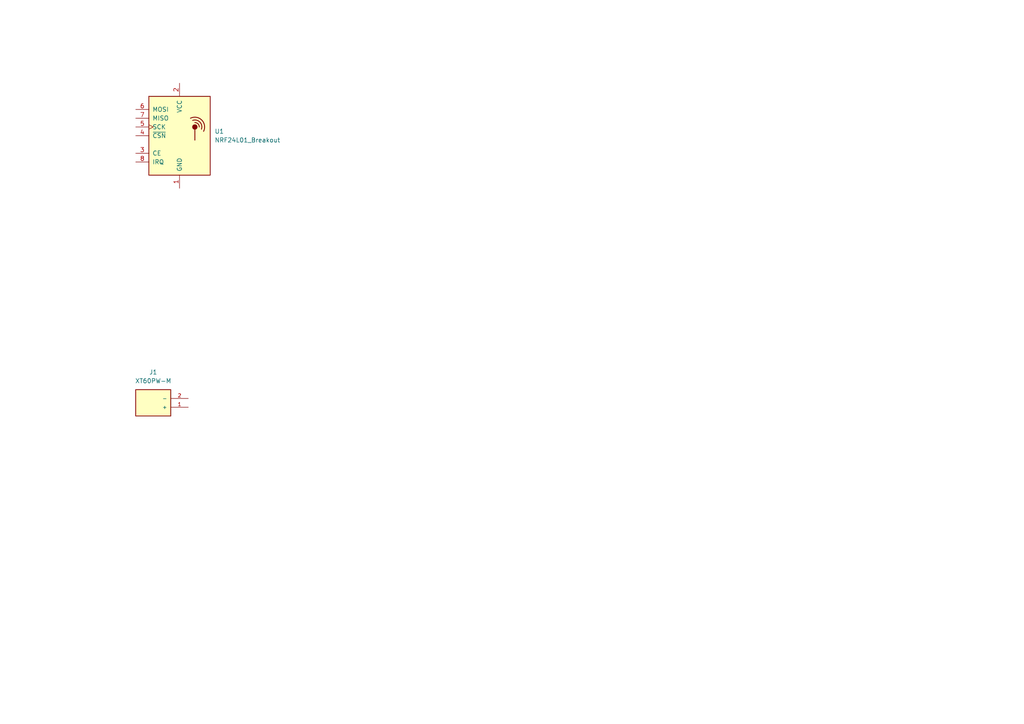
<source format=kicad_sch>
(kicad_sch (version 20231120) (generator "eeschema") (generator_version "8.0")
  (paper "A4")
  (lib_symbols
    (symbol "CustomComponents:XT60PW-M" (pin_names (offset 1.016))
      (property "Reference" "J" (at -5.08 5.7234 0))
      (property "Value" "XT60PW-M" (at -5.08 -5.0923 0))
      (symbol "XT60PW-M_0_0"
        (rectangle (start -5.08 5.08) (end 5.08 -2.54) (stroke (width 0.254)) (fill (type background)))
        (pin passive line (at -10.16 2.54 0) (length 5.08) (name "+") (number "1"))
        (pin passive line (at -10.16 0 0) (length 5.08) (name "-") (number "2"))
      )
    )
    (symbol "RF:NRF24L01_Breakout" (pin_names (offset 1.016))
      (property "Reference" "U" (at -8.89 12.7 0))
      (property "Value" "NRF24L01_Breakout" (at 3.81 12.7 0))
      (symbol "NRF24L01_Breakout_0_1"
        (rectangle (start -8.89 11.43) (end 8.89 -11.43) (stroke (width 0.254)) (fill (type background)))
        (polyline (pts (xy 4.445 1.905) (xy 4.445 -1.27)) (stroke (width 0.254)))
        (circle (center 4.445 2.54) (radius 0.635) (stroke (width 0.254)) (fill (type outline)))
        (arc (start 5.715 2.54) (mid 5.3521 3.4546) (end 4.445 3.81) (stroke (width 0.254)))
        (arc (start 6.35 1.905) (mid 5.8763 3.9854) (end 3.81 4.445) (stroke (width 0.254)))
        (arc (start 6.985 1.27) (mid 6.453 4.548) (end 3.175 5.08) (stroke (width 0.254)))
      )
      (symbol "NRF24L01_Breakout_1_1"
        (pin power_in line (at 0 -15.24 90) (length 3.81) (name "GND") (number "1"))
        (pin power_in line (at 0 15.24 270) (length 3.81) (name "VCC") (number "2"))
        (pin input line (at -12.7 -5.08 0) (length 3.81) (name "CE") (number "3"))
        (pin input line (at -12.7 0 0) (length 3.81) (name "~{CSN}") (number "4"))
        (pin input clock (at -12.7 2.54 0) (length 3.81) (name "SCK") (number "5"))
        (pin input line (at -12.7 7.62 0) (length 3.81) (name "MOSI") (number "6"))
        (pin output line (at -12.7 5.08 0) (length 3.81) (name "MISO") (number "7"))
        (pin output line (at -12.7 -7.62 0) (length 3.81) (name "IRQ") (number "8"))
      )
    )
  )
  (symbol (lib_id "CustomComponents:XT60PW-M") (at 44.45 115.57 180) (unit 1)
    (property "Reference" "J1" (at 44.45 107.95 0))
    (property "Value" "XT60PW-M" (at 44.45 110.49 0))
    (property "Footprint" "CustomFootprintLib:AMASS_XT60PW-M" (effects (hide yes)))
    (property "MF" "AMASS" (effects (hide yes)))
    (property "MAXIMUM_PACKAGE_HEIGHT" "8.4 mm" (effects (hide yes)))
    (property "Package" "Package" (effects (hide yes)))
    (property "Price" "None" (effects (hide yes)))
    (property "Check_prices" "https://www.snapeda.com/parts/XT60PW-M/AMASS/view-part/?ref=eda" (effects (hide yes)))
    (property "STANDARD" "Manufacturer recommendations" (effects (hide yes)))
    (property "PARTREV" "V1.2" (effects (hide yes)))
    (property "SnapEDA_Link" "https://www.snapeda.com/parts/XT60PW-M/AMASS/view-part/?ref=snap" (effects (hide yes)))
    (property "MP" "XT60PW-M" (effects (hide yes)))
    (property "Description_1" "\nSocket, DC supply, male, PIN: 2\n" (effects (hide yes)))
    (property "Availability" "Not in stock" (effects (hide yes)))
    (property "MANUFACTURER" "AMASS" (effects (hide yes)))
  )
  (symbol (lib_id "RF:NRF24L01_Breakout") (at 52.07 39.37 0) (unit 1)
    (property "Reference" "U1" (at 62.23 38.0999 0) (effects (justify left)))
    (property "Value" "NRF24L01_Breakout" (at 62.23 40.6399 0) (effects (justify left)))
    (property "Footprint" "RF_Module:nRF24L01_Breakout" (effects (hide yes)))
    (property "Datasheet" "http://www.nordicsemi.com/eng/content/download/2730/34105/file/nRF24L01_Product_Specification_v2_0.pdf" (effects (hide yes)))
    (property "Description" "Ultra low power 2.4GHz RF Transceiver, Carrier PCB" (effects (hide yes)))
  )
)
</source>
